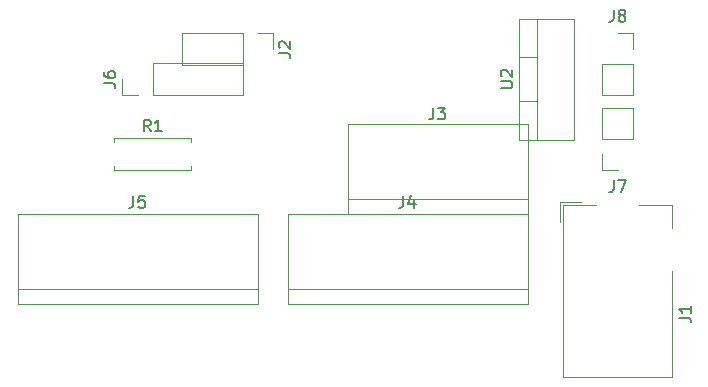
<source format=gbr>
%TF.GenerationSoftware,KiCad,Pcbnew,(6.0.7)*%
%TF.CreationDate,2022-09-27T15:13:33-05:00*%
%TF.ProjectId,adap1,61646170-312e-46b6-9963-61645f706362,rev?*%
%TF.SameCoordinates,Original*%
%TF.FileFunction,Legend,Top*%
%TF.FilePolarity,Positive*%
%FSLAX46Y46*%
G04 Gerber Fmt 4.6, Leading zero omitted, Abs format (unit mm)*
G04 Created by KiCad (PCBNEW (6.0.7)) date 2022-09-27 15:13:33*
%MOMM*%
%LPD*%
G01*
G04 APERTURE LIST*
%ADD10C,0.150000*%
%ADD11C,0.120000*%
G04 APERTURE END LIST*
D10*
%TO.C,J4*%
X164746666Y-94982380D02*
X164746666Y-95696666D01*
X164699047Y-95839523D01*
X164603809Y-95934761D01*
X164460952Y-95982380D01*
X164365714Y-95982380D01*
X165651428Y-95315714D02*
X165651428Y-95982380D01*
X165413333Y-94934761D02*
X165175238Y-95649047D01*
X165794285Y-95649047D01*
%TO.C,J6*%
X139362380Y-85423333D02*
X140076666Y-85423333D01*
X140219523Y-85470952D01*
X140314761Y-85566190D01*
X140362380Y-85709047D01*
X140362380Y-85804285D01*
X139362380Y-84518571D02*
X139362380Y-84709047D01*
X139410000Y-84804285D01*
X139457619Y-84851904D01*
X139600476Y-84947142D01*
X139790952Y-84994761D01*
X140171904Y-84994761D01*
X140267142Y-84947142D01*
X140314761Y-84899523D01*
X140362380Y-84804285D01*
X140362380Y-84613809D01*
X140314761Y-84518571D01*
X140267142Y-84470952D01*
X140171904Y-84423333D01*
X139933809Y-84423333D01*
X139838571Y-84470952D01*
X139790952Y-84518571D01*
X139743333Y-84613809D01*
X139743333Y-84804285D01*
X139790952Y-84899523D01*
X139838571Y-84947142D01*
X139933809Y-84994761D01*
%TO.C,J3*%
X167276666Y-87512380D02*
X167276666Y-88226666D01*
X167229047Y-88369523D01*
X167133809Y-88464761D01*
X166990952Y-88512380D01*
X166895714Y-88512380D01*
X167657619Y-87512380D02*
X168276666Y-87512380D01*
X167943333Y-87893333D01*
X168086190Y-87893333D01*
X168181428Y-87940952D01*
X168229047Y-87988571D01*
X168276666Y-88083809D01*
X168276666Y-88321904D01*
X168229047Y-88417142D01*
X168181428Y-88464761D01*
X168086190Y-88512380D01*
X167800476Y-88512380D01*
X167705238Y-88464761D01*
X167657619Y-88417142D01*
%TO.C,R1*%
X143343333Y-89522380D02*
X143010000Y-89046190D01*
X142771904Y-89522380D02*
X142771904Y-88522380D01*
X143152857Y-88522380D01*
X143248095Y-88570000D01*
X143295714Y-88617619D01*
X143343333Y-88712857D01*
X143343333Y-88855714D01*
X143295714Y-88950952D01*
X143248095Y-88998571D01*
X143152857Y-89046190D01*
X142771904Y-89046190D01*
X144295714Y-89522380D02*
X143724285Y-89522380D01*
X144010000Y-89522380D02*
X144010000Y-88522380D01*
X143914761Y-88665238D01*
X143819523Y-88760476D01*
X143724285Y-88808095D01*
%TO.C,J1*%
X188082380Y-105303333D02*
X188796666Y-105303333D01*
X188939523Y-105350952D01*
X189034761Y-105446190D01*
X189082380Y-105589047D01*
X189082380Y-105684285D01*
X189082380Y-104303333D02*
X189082380Y-104874761D01*
X189082380Y-104589047D02*
X188082380Y-104589047D01*
X188225238Y-104684285D01*
X188320476Y-104779523D01*
X188368095Y-104874761D01*
%TO.C,J5*%
X141886666Y-94982380D02*
X141886666Y-95696666D01*
X141839047Y-95839523D01*
X141743809Y-95934761D01*
X141600952Y-95982380D01*
X141505714Y-95982380D01*
X142839047Y-94982380D02*
X142362857Y-94982380D01*
X142315238Y-95458571D01*
X142362857Y-95410952D01*
X142458095Y-95363333D01*
X142696190Y-95363333D01*
X142791428Y-95410952D01*
X142839047Y-95458571D01*
X142886666Y-95553809D01*
X142886666Y-95791904D01*
X142839047Y-95887142D01*
X142791428Y-95934761D01*
X142696190Y-95982380D01*
X142458095Y-95982380D01*
X142362857Y-95934761D01*
X142315238Y-95887142D01*
%TO.C,J2*%
X154182380Y-82883333D02*
X154896666Y-82883333D01*
X155039523Y-82930952D01*
X155134761Y-83026190D01*
X155182380Y-83169047D01*
X155182380Y-83264285D01*
X154277619Y-82454761D02*
X154230000Y-82407142D01*
X154182380Y-82311904D01*
X154182380Y-82073809D01*
X154230000Y-81978571D01*
X154277619Y-81930952D01*
X154372857Y-81883333D01*
X154468095Y-81883333D01*
X154610952Y-81930952D01*
X155182380Y-82502380D01*
X155182380Y-81883333D01*
%TO.C,U2*%
X172982380Y-85851904D02*
X173791904Y-85851904D01*
X173887142Y-85804285D01*
X173934761Y-85756666D01*
X173982380Y-85661428D01*
X173982380Y-85470952D01*
X173934761Y-85375714D01*
X173887142Y-85328095D01*
X173791904Y-85280476D01*
X172982380Y-85280476D01*
X173077619Y-84851904D02*
X173030000Y-84804285D01*
X172982380Y-84709047D01*
X172982380Y-84470952D01*
X173030000Y-84375714D01*
X173077619Y-84328095D01*
X173172857Y-84280476D01*
X173268095Y-84280476D01*
X173410952Y-84328095D01*
X173982380Y-84899523D01*
X173982380Y-84280476D01*
%TO.C,J8*%
X182546666Y-79232380D02*
X182546666Y-79946666D01*
X182499047Y-80089523D01*
X182403809Y-80184761D01*
X182260952Y-80232380D01*
X182165714Y-80232380D01*
X183165714Y-79660952D02*
X183070476Y-79613333D01*
X183022857Y-79565714D01*
X182975238Y-79470476D01*
X182975238Y-79422857D01*
X183022857Y-79327619D01*
X183070476Y-79280000D01*
X183165714Y-79232380D01*
X183356190Y-79232380D01*
X183451428Y-79280000D01*
X183499047Y-79327619D01*
X183546666Y-79422857D01*
X183546666Y-79470476D01*
X183499047Y-79565714D01*
X183451428Y-79613333D01*
X183356190Y-79660952D01*
X183165714Y-79660952D01*
X183070476Y-79708571D01*
X183022857Y-79756190D01*
X182975238Y-79851428D01*
X182975238Y-80041904D01*
X183022857Y-80137142D01*
X183070476Y-80184761D01*
X183165714Y-80232380D01*
X183356190Y-80232380D01*
X183451428Y-80184761D01*
X183499047Y-80137142D01*
X183546666Y-80041904D01*
X183546666Y-79851428D01*
X183499047Y-79756190D01*
X183451428Y-79708571D01*
X183356190Y-79660952D01*
%TO.C,J7*%
X182546666Y-93662380D02*
X182546666Y-94376666D01*
X182499047Y-94519523D01*
X182403809Y-94614761D01*
X182260952Y-94662380D01*
X182165714Y-94662380D01*
X182927619Y-93662380D02*
X183594285Y-93662380D01*
X183165714Y-94662380D01*
D11*
%TO.C,J4*%
X175260000Y-102870000D02*
X154940000Y-102870000D01*
X154940000Y-96520000D02*
X175260000Y-96520000D01*
X154940000Y-96520000D02*
X154940000Y-104140000D01*
X175260000Y-104140000D02*
X175260000Y-96520000D01*
X154940000Y-104140000D02*
X175260000Y-104140000D01*
%TO.C,J6*%
X143510000Y-86420000D02*
X143510000Y-83760000D01*
X143510000Y-83760000D02*
X151190000Y-83760000D01*
X140910000Y-86420000D02*
X140910000Y-85090000D01*
X143510000Y-86420000D02*
X151190000Y-86420000D01*
X151190000Y-86420000D02*
X151190000Y-83760000D01*
X142240000Y-86420000D02*
X140910000Y-86420000D01*
%TO.C,J3*%
X175260000Y-96520000D02*
X175260000Y-88900000D01*
X160020000Y-88900000D02*
X175260000Y-88900000D01*
X160020000Y-96520000D02*
X175260000Y-96520000D01*
X160020000Y-95250000D02*
X175260000Y-95250000D01*
X160020000Y-96520000D02*
X160020000Y-88900000D01*
%TO.C,R1*%
X146780000Y-92810000D02*
X146780000Y-92480000D01*
X140240000Y-92810000D02*
X146780000Y-92810000D01*
X140240000Y-90070000D02*
X146780000Y-90070000D01*
X140240000Y-90400000D02*
X140240000Y-90070000D01*
X146780000Y-90070000D02*
X146780000Y-90400000D01*
X140240000Y-92480000D02*
X140240000Y-92810000D01*
%TO.C,J1*%
X187480000Y-101320000D02*
X187480000Y-110320000D01*
X178040000Y-97220000D02*
X178040000Y-95480000D01*
X178040000Y-95480000D02*
X179780000Y-95480000D01*
X178280000Y-110320000D02*
X178280000Y-95720000D01*
X187480000Y-95720000D02*
X187480000Y-97720000D01*
X187480000Y-110320000D02*
X178280000Y-110320000D01*
X178280000Y-95720000D02*
X181080000Y-95720000D01*
X184680000Y-95720000D02*
X187480000Y-95720000D01*
%TO.C,J5*%
X132080000Y-104140000D02*
X152400000Y-104140000D01*
X152400000Y-104140000D02*
X152400000Y-96520000D01*
X132080000Y-96520000D02*
X152400000Y-96520000D01*
X132080000Y-96520000D02*
X132080000Y-104140000D01*
X152400000Y-102870000D02*
X132080000Y-102870000D01*
%TO.C,J2*%
X151130000Y-81220000D02*
X145990000Y-81220000D01*
X153730000Y-81220000D02*
X153730000Y-82550000D01*
X152400000Y-81220000D02*
X153730000Y-81220000D01*
X151130000Y-81220000D02*
X151130000Y-83880000D01*
X151130000Y-83880000D02*
X145990000Y-83880000D01*
X145990000Y-81220000D02*
X145990000Y-83880000D01*
%TO.C,U2*%
X176040000Y-90210000D02*
X176040000Y-79970000D01*
X179171000Y-90210000D02*
X179171000Y-79970000D01*
X174530000Y-90210000D02*
X179171000Y-90210000D01*
X174530000Y-79970000D02*
X179171000Y-79970000D01*
X174530000Y-83239000D02*
X176040000Y-83239000D01*
X174530000Y-90210000D02*
X174530000Y-79970000D01*
X174530000Y-86940000D02*
X176040000Y-86940000D01*
%TO.C,J8*%
X181550000Y-83820000D02*
X184210000Y-83820000D01*
X184210000Y-81220000D02*
X184210000Y-82550000D01*
X181550000Y-83820000D02*
X181550000Y-86420000D01*
X184210000Y-83820000D02*
X184210000Y-86420000D01*
X181550000Y-86420000D02*
X184210000Y-86420000D01*
X182880000Y-81220000D02*
X184210000Y-81220000D01*
%TO.C,J7*%
X181550000Y-92770000D02*
X181550000Y-91440000D01*
X182880000Y-92770000D02*
X181550000Y-92770000D01*
X184210000Y-87570000D02*
X181550000Y-87570000D01*
X184210000Y-90170000D02*
X181550000Y-90170000D01*
X181550000Y-90170000D02*
X181550000Y-87570000D01*
X184210000Y-90170000D02*
X184210000Y-87570000D01*
%TD*%
M02*

</source>
